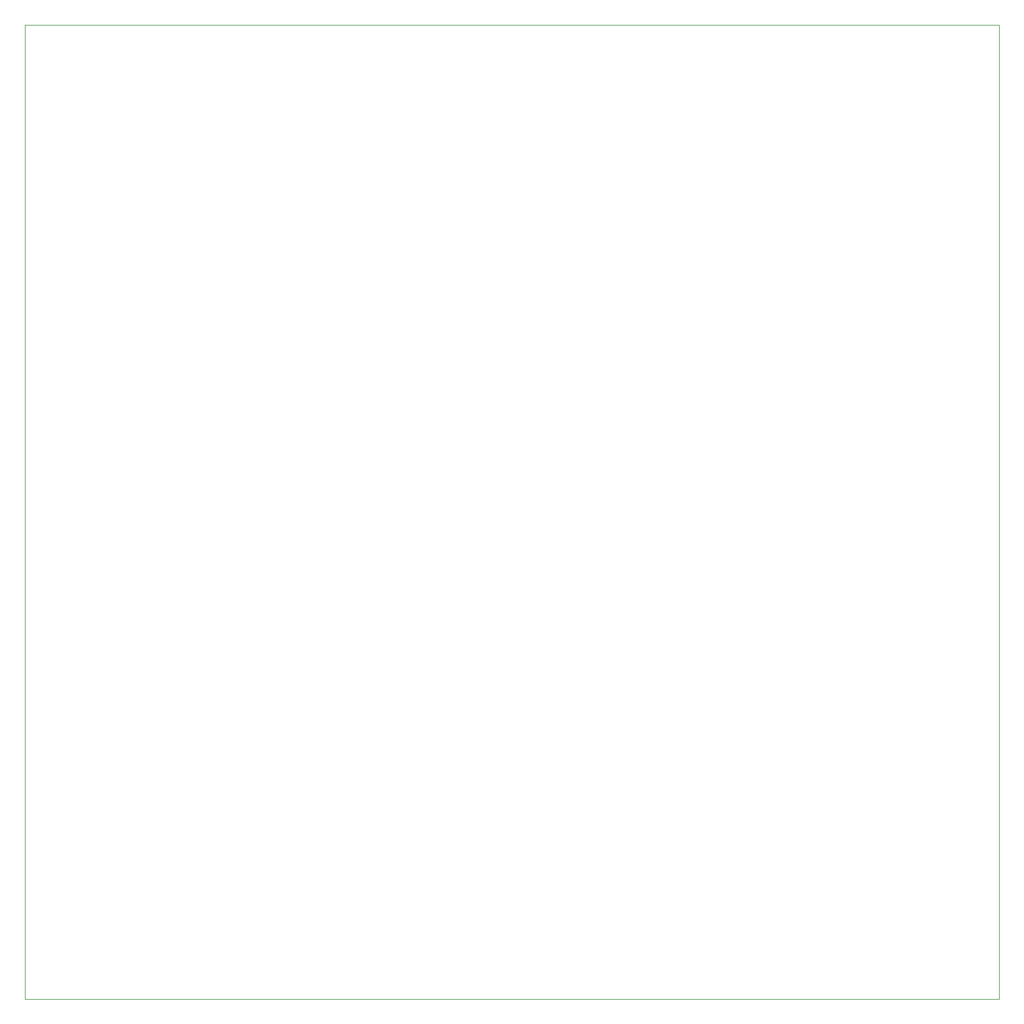
<source format=gm1>
%TF.GenerationSoftware,KiCad,Pcbnew,(6.0.5)*%
%TF.CreationDate,2022-05-25T23:49:35+01:00*%
%TF.ProjectId,screen-driver,73637265-656e-42d6-9472-697665722e6b,rev?*%
%TF.SameCoordinates,Original*%
%TF.FileFunction,Profile,NP*%
%FSLAX46Y46*%
G04 Gerber Fmt 4.6, Leading zero omitted, Abs format (unit mm)*
G04 Created by KiCad (PCBNEW (6.0.5)) date 2022-05-25 23:49:35*
%MOMM*%
%LPD*%
G01*
G04 APERTURE LIST*
%TA.AperFunction,Profile*%
%ADD10C,0.100000*%
%TD*%
G04 APERTURE END LIST*
D10*
X86340000Y-23200000D02*
X225340000Y-23200000D01*
X225340000Y-23200000D02*
X225340000Y-162200000D01*
X225340000Y-162200000D02*
X86340000Y-162200000D01*
X86340000Y-162200000D02*
X86340000Y-23200000D01*
M02*

</source>
